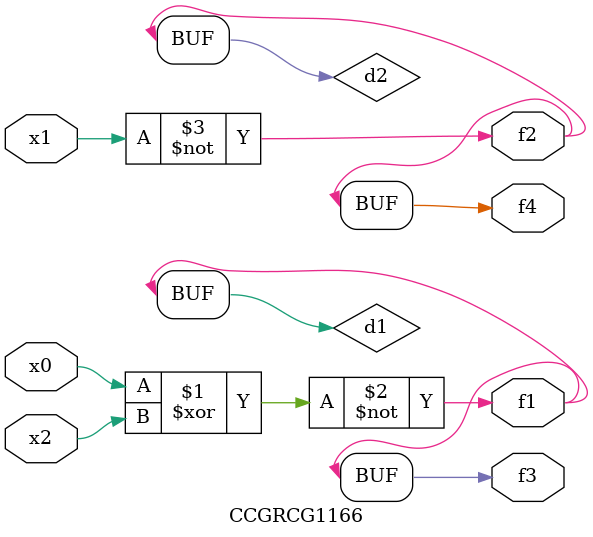
<source format=v>
module CCGRCG1166(
	input x0, x1, x2,
	output f1, f2, f3, f4
);

	wire d1, d2, d3;

	xnor (d1, x0, x2);
	nand (d2, x1);
	nor (d3, x1, x2);
	assign f1 = d1;
	assign f2 = d2;
	assign f3 = d1;
	assign f4 = d2;
endmodule

</source>
